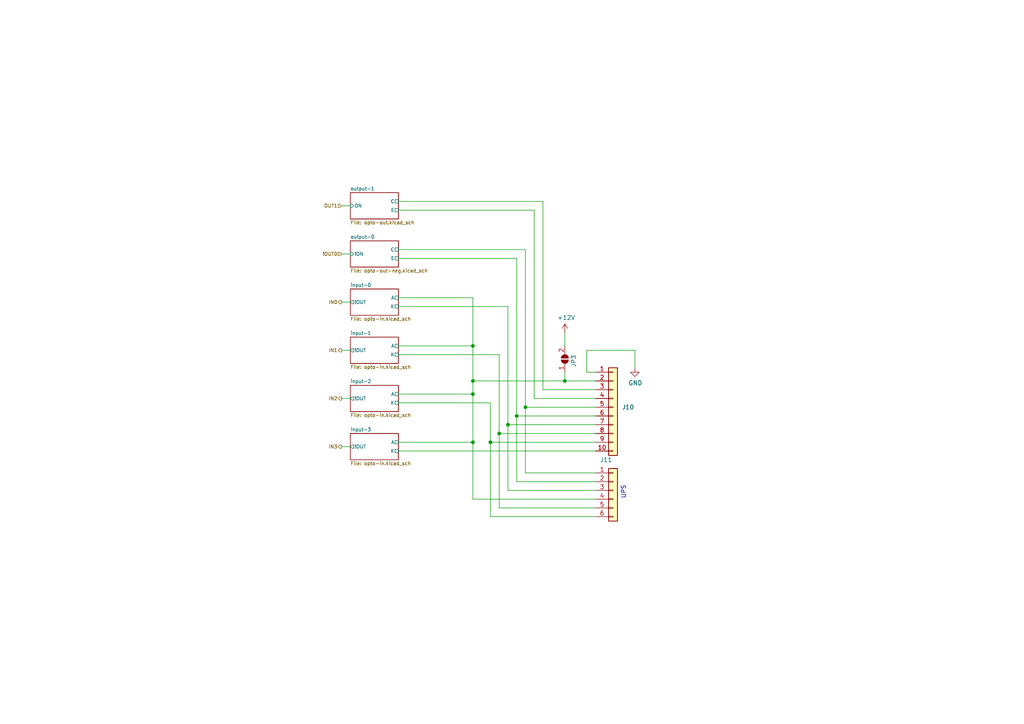
<source format=kicad_sch>
(kicad_sch (version 20211123) (generator eeschema)
  (paper "A4")
  (lib_symbols
    (symbol "Connector_Generic:Conn_01x06" (pin_names (offset 1.016) hide)
      (property "Reference" "J" (at 0 7.62 0))
      (property "Value" "Conn_01x06" (at 0 -10.16 0))
      (symbol "Conn_01x06_1_1"
        (rectangle (start -1.27 -7.493) (end 0 -7.747) (stroke (width 0.1524)))
        (rectangle (start -1.27 -4.953) (end 0 -5.207) (stroke (width 0.1524)))
        (rectangle (start -1.27 -2.413) (end 0 -2.667) (stroke (width 0.1524)))
        (rectangle (start -1.27 0.127) (end 0 -0.127) (stroke (width 0.1524)))
        (rectangle (start -1.27 2.667) (end 0 2.413) (stroke (width 0.1524)))
        (rectangle (start -1.27 5.207) (end 0 4.953) (stroke (width 0.1524)))
        (rectangle (start -1.27 6.35) (end 1.27 -8.89) (stroke (width 0.254)) (fill (type background)))
        (pin passive line (at -5.08 5.08 0) (length 3.81) (name "Pin_1") (number "1"))
        (pin passive line (at -5.08 2.54 0) (length 3.81) (name "Pin_2") (number "2"))
        (pin passive line (at -5.08 0 0) (length 3.81) (name "Pin_3") (number "3"))
        (pin passive line (at -5.08 -2.54 0) (length 3.81) (name "Pin_4") (number "4"))
        (pin passive line (at -5.08 -5.08 0) (length 3.81) (name "Pin_5") (number "5"))
        (pin passive line (at -5.08 -7.62 0) (length 3.81) (name "Pin_6") (number "6"))
      )
    )
    (symbol "Connector_Generic:Conn_01x10" (pin_names (offset 1.016) hide)
      (property "Reference" "J" (at 0 12.7 0))
      (property "Value" "Conn_01x10" (at 0 -15.24 0))
      (symbol "Conn_01x10_1_1"
        (rectangle (start -1.27 -12.573) (end 0 -12.827) (stroke (width 0.1524)))
        (rectangle (start -1.27 -10.033) (end 0 -10.287) (stroke (width 0.1524)))
        (rectangle (start -1.27 -7.493) (end 0 -7.747) (stroke (width 0.1524)))
        (rectangle (start -1.27 -4.953) (end 0 -5.207) (stroke (width 0.1524)))
        (rectangle (start -1.27 -2.413) (end 0 -2.667) (stroke (width 0.1524)))
        (rectangle (start -1.27 0.127) (end 0 -0.127) (stroke (width 0.1524)))
        (rectangle (start -1.27 2.667) (end 0 2.413) (stroke (width 0.1524)))
        (rectangle (start -1.27 5.207) (end 0 4.953) (stroke (width 0.1524)))
        (rectangle (start -1.27 7.747) (end 0 7.493) (stroke (width 0.1524)))
        (rectangle (start -1.27 10.287) (end 0 10.033) (stroke (width 0.1524)))
        (rectangle (start -1.27 11.43) (end 1.27 -13.97) (stroke (width 0.254)) (fill (type background)))
        (pin passive line (at -5.08 10.16 0) (length 3.81) (name "Pin_1") (number "1"))
        (pin passive line (at -5.08 -12.7 0) (length 3.81) (name "Pin_10") (number "10"))
        (pin passive line (at -5.08 7.62 0) (length 3.81) (name "Pin_2") (number "2"))
        (pin passive line (at -5.08 5.08 0) (length 3.81) (name "Pin_3") (number "3"))
        (pin passive line (at -5.08 2.54 0) (length 3.81) (name "Pin_4") (number "4"))
        (pin passive line (at -5.08 0 0) (length 3.81) (name "Pin_5") (number "5"))
        (pin passive line (at -5.08 -2.54 0) (length 3.81) (name "Pin_6") (number "6"))
        (pin passive line (at -5.08 -5.08 0) (length 3.81) (name "Pin_7") (number "7"))
        (pin passive line (at -5.08 -7.62 0) (length 3.81) (name "Pin_8") (number "8"))
        (pin passive line (at -5.08 -10.16 0) (length 3.81) (name "Pin_9") (number "9"))
      )
    )
    (symbol "Jumper:SolderJumper_2_Open" (pin_names (offset 0) hide)
      (property "Reference" "JP" (at 0 2.032 0))
      (property "Value" "SolderJumper_2_Open" (at 0 -2.54 0))
      (symbol "SolderJumper_2_Open_0_1"
        (arc (start -0.254 1.016) (mid -1.27 0) (end -0.254 -1.016))
        (arc (start -0.254 1.016) (mid -1.27 0) (end -0.254 -1.016) (fill (type outline)))
        (polyline (pts (xy -0.254 1.016) (xy -0.254 -1.016)))
        (polyline (pts (xy 0.254 1.016) (xy 0.254 -1.016)))
        (arc (start 0.254 -1.016) (mid 1.27 0) (end 0.254 1.016))
        (arc (start 0.254 -1.016) (mid 1.27 0) (end 0.254 1.016) (fill (type outline)))
      )
      (symbol "SolderJumper_2_Open_1_1"
        (pin passive line (at -3.81 0 0) (length 2.54) (name "A") (number "1"))
        (pin passive line (at 3.81 0 180) (length 2.54) (name "B") (number "2"))
      )
    )
    (symbol "power:+12V" (power) (pin_names (offset 0))
      (property "Value" "+12V" (at 0 3.556 0))
      (symbol "+12V_0_1"
        (polyline (pts (xy -0.762 1.27) (xy 0 2.54)))
        (polyline (pts (xy 0 0) (xy 0 2.54)))
        (polyline (pts (xy 0 2.54) (xy 0.762 1.27)))
      )
      (symbol "+12V_1_1"
        (pin power_in line (at 0 0 90) (length 0) hide (name "+12V") (number "1"))
      )
    )
    (symbol "power:GND" (power) (pin_names (offset 0))
      (property "Value" "GND" (at 0 -3.81 0))
      (symbol "GND_0_1"
        (polyline (pts (xy 0 0) (xy 0 -1.27) (xy 1.27 -1.27) (xy 0 -2.54) (xy -1.27 -1.27) (xy 0 -1.27)))
      )
      (symbol "GND_1_1"
        (pin power_in line (at 0 0 270) (length 0) hide (name "GND") (number "1"))
      )
    )
  )
  (junction (at 144.78 125.73))
  (junction (at 152.4 118.11))
  (junction (at 142.24 128.27))
  (junction (at 137.16 110.49))
  (junction (at 137.16 114.3))
  (junction (at 137.16 128.27))
  (junction (at 147.32 123.19))
  (junction (at 149.86 120.65))
  (junction (at 137.16 100.33))
  (junction (at 163.83 110.49))
  (wire (pts (xy 144.78 125.73) (xy 144.78 102.87)))
  (wire (pts (xy 137.16 114.3) (xy 137.16 128.27)))
  (wire (pts (xy 137.16 86.36) (xy 137.16 100.33)))
  (wire (pts (xy 142.24 128.27) (xy 142.24 116.84)))
  (wire (pts (xy 144.78 147.32) (xy 144.78 125.73)))
  (wire (pts (xy 170.18 107.95) (xy 172.72 107.95)))
  (wire (pts (xy 172.72 149.86) (xy 142.24 149.86)))
  (wire (pts (xy 115.57 58.42) (xy 157.48 58.42)))
  (wire (pts (xy 172.72 139.7) (xy 149.86 139.7)))
  (wire (pts (xy 163.83 107.95) (xy 163.83 110.49)))
  (wire (pts (xy 172.72 147.32) (xy 144.78 147.32)))
  (wire (pts (xy 149.86 120.65) (xy 149.86 139.7)))
  (wire (pts (xy 147.32 142.24) (xy 147.32 123.19)))
  (wire (pts (xy 137.16 144.78) (xy 172.72 144.78)))
  (wire (pts (xy 152.4 118.11) (xy 172.72 118.11)))
  (wire (pts (xy 99.06 73.66) (xy 101.6 73.66)))
  (wire (pts (xy 115.57 100.33) (xy 137.16 100.33)))
  (wire (pts (xy 137.16 110.49) (xy 163.83 110.49)))
  (wire (pts (xy 163.83 96.52) (xy 163.83 100.33)))
  (wire (pts (xy 115.57 116.84) (xy 142.24 116.84)))
  (wire (pts (xy 137.16 110.49) (xy 137.16 114.3)))
  (wire (pts (xy 184.15 106.68) (xy 184.15 101.6)))
  (wire (pts (xy 152.4 72.39) (xy 152.4 118.11)))
  (wire (pts (xy 154.94 115.57) (xy 154.94 60.96)))
  (wire (pts (xy 157.48 113.03) (xy 172.72 113.03)))
  (wire (pts (xy 115.57 74.93) (xy 149.86 74.93)))
  (wire (pts (xy 115.57 60.96) (xy 154.94 60.96)))
  (wire (pts (xy 170.18 101.6) (xy 170.18 107.95)))
  (wire (pts (xy 115.57 86.36) (xy 137.16 86.36)))
  (wire (pts (xy 149.86 120.65) (xy 172.72 120.65)))
  (wire (pts (xy 157.48 58.42) (xy 157.48 113.03)))
  (wire (pts (xy 144.78 125.73) (xy 172.72 125.73)))
  (wire (pts (xy 163.83 110.49) (xy 172.72 110.49)))
  (wire (pts (xy 137.16 100.33) (xy 137.16 110.49)))
  (wire (pts (xy 115.57 114.3) (xy 137.16 114.3)))
  (wire (pts (xy 147.32 123.19) (xy 172.72 123.19)))
  (wire (pts (xy 137.16 144.78) (xy 137.16 128.27)))
  (wire (pts (xy 99.06 129.54) (xy 101.6 129.54)))
  (wire (pts (xy 99.06 87.63) (xy 101.6 87.63)))
  (wire (pts (xy 152.4 118.11) (xy 152.4 137.16)))
  (wire (pts (xy 115.57 102.87) (xy 144.78 102.87)))
  (wire (pts (xy 149.86 74.93) (xy 149.86 120.65)))
  (wire (pts (xy 101.6 101.6) (xy 99.06 101.6)))
  (wire (pts (xy 147.32 123.19) (xy 147.32 88.9)))
  (wire (pts (xy 115.57 130.81) (xy 172.72 130.81)))
  (wire (pts (xy 142.24 128.27) (xy 172.72 128.27)))
  (wire (pts (xy 115.57 72.39) (xy 152.4 72.39)))
  (wire (pts (xy 172.72 115.57) (xy 154.94 115.57)))
  (wire (pts (xy 172.72 142.24) (xy 147.32 142.24)))
  (wire (pts (xy 142.24 149.86) (xy 142.24 128.27)))
  (wire (pts (xy 115.57 88.9) (xy 147.32 88.9)))
  (wire (pts (xy 152.4 137.16) (xy 172.72 137.16)))
  (wire (pts (xy 99.06 59.69) (xy 101.6 59.69)))
  (wire (pts (xy 115.57 128.27) (xy 137.16 128.27)))
  (wire (pts (xy 184.15 101.6) (xy 170.18 101.6)))
  (wire (pts (xy 99.06 115.57) (xy 101.6 115.57)))
  (text "UPS" (at 181.61 144.78 90) (effects (font (size 1.27 1.27)) (justify left bottom)))
  (hierarchical_label "!OUT0" (shape input) (at 99.06 73.66 180) (effects (font (size 0.9906 0.9906))))
  (hierarchical_label "IN2" (shape output) (at 99.06 115.57 180) (effects (font (size 0.9906 0.9906))))
  (hierarchical_label "OUT1" (shape input) (at 99.06 59.69 180) (effects (font (size 0.9906 0.9906))))
  (hierarchical_label "IN3" (shape output) (at 99.06 129.54 180) (effects (font (size 0.9906 0.9906))))
  (hierarchical_label "IN0" (shape output) (at 99.06 87.63 180) (effects (font (size 0.9906 0.9906))))
  (hierarchical_label "IN1" (shape output) (at 99.06 101.6 180) (effects (font (size 0.9906 0.9906))))
  (symbol (lib_id "Connector_Generic:Conn_01x06") (at 177.8 142.24 0) (unit 1) (in_bom no) (on_board no)
    (property "Reference" "J11" (at 173.99 133.35 0) (effects (justify left)))
    (property "Value" "Conn_01x06" (effects hide))
    (property "Footprint" "Connector_Molex:Molex_KK-254_AE-6410-06A_1x06_P2.54mm_Vertical" (effects hide))
    (property "Datasheet" "https://app.adam-tech.com/products/download/data_sheet/196588/lha-xx-ts-data-sheet.pdf" (effects hide))
    (property "manf#" "LHA-06-TS" (effects hide))
  )
  (symbol (lib_id "Jumper:SolderJumper_2_Open") (at 163.83 104.14 90) (unit 1)
    (property "Reference" "JP3" (at 166.37 102.87 0) (effects (justify right)))
    (property "Value" "SolderJumper_2_Open" (effects hide))
    (property "Footprint" "Jumper:SolderJumper-2_P1.3mm_Open_RoundedPad1.0x1.5mm" (effects hide))
  )
  (symbol (lib_id "power:+12V") (at 163.83 96.52 0) (unit 1)
    (property "Reference" "#PWR067" (effects hide))
    (property "Value" "+12V" (at 164.211 92.1258 0))
  )
  (symbol (lib_id "Connector_Generic:Conn_01x10") (at 177.8 118.11 0) (unit 1)
    (property "Reference" "J10" (at 180.34 118.1099 0) (effects (justify left)))
    (property "Value" "Conn_01x10" (effects hide))
    (property "Footprint" "Connector_Molex:Molex_KK-254_AE-6410-10A_1x10_P2.54mm_Vertical" (effects hide))
    (property "Datasheet" "https://app.adam-tech.com/products/download/data_sheet/196588/lha-xx-ts-data-sheet.pdf" (effects hide))
    (property "manf#" "LHA-10-TS" (effects hide))
  )
  (symbol (lib_id "power:GND") (at 184.15 106.68 0) (unit 1)
    (property "Reference" "#PWR?" (effects hide))
    (property "Value" "GND" (at 184.277 111.0742 0))
  )
  (sheet (at 101.6 69.85) (size 13.97 7.62)
    (property "Sheet name" "output-0" (at 101.6 69.2781 0) (effects (font (size 0.9906 0.9906)) (justify left bottom)))
    (property "Sheet file" "opto-out-neg.kicad_sch" (at 101.6 77.9428 0) (effects (font (size 0.9906 0.9906)) (justify left top)))
    (pin "!ON" input (at 101.6 73.66 180) (effects (font (size 0.9906 0.9906))))
    (pin "C" passive (at 115.57 72.39 0) (effects (font (size 0.9906 0.9906))))
    (pin "E" passive (at 115.57 74.93 0) (effects (font (size 0.9906 0.9906))))
  )
  (sheet (at 101.6 83.82) (size 13.97 7.62)
    (property "Sheet name" "input-0" (at 101.6 83.2481 0) (effects (font (size 0.9906 0.9906)) (justify left bottom)))
    (property "Sheet file" "opto-in.kicad_sch" (at 101.6 91.9128 0) (effects (font (size 0.9906 0.9906)) (justify left top)))
    (pin "!OUT" output (at 101.6 87.63 180) (effects (font (size 0.9906 0.9906))))
    (pin "A" passive (at 115.57 86.36 0) (effects (font (size 0.9906 0.9906))))
    (pin "K" passive (at 115.57 88.9 0) (effects (font (size 0.9906 0.9906))))
  )
  (sheet (at 101.6 55.88) (size 13.97 7.62)
    (property "Sheet name" "output-1" (at 101.6 55.3081 0) (effects (font (size 0.9906 0.9906)) (justify left bottom)))
    (property "Sheet file" "opto-out.kicad_sch" (at 101.6 63.9728 0) (effects (font (size 0.9906 0.9906)) (justify left top)))
    (pin "ON" input (at 101.6 59.69 180) (effects (font (size 0.9906 0.9906))))
    (pin "C" passive (at 115.57 58.42 0) (effects (font (size 0.9906 0.9906))))
    (pin "E" passive (at 115.57 60.96 0) (effects (font (size 0.9906 0.9906))))
  )
  (sheet (at 101.6 97.79) (size 13.97 7.62)
    (property "Sheet name" "input-1" (at 101.6 97.2181 0) (effects (font (size 0.9906 0.9906)) (justify left bottom)))
    (property "Sheet file" "opto-in.kicad_sch" (at 101.6 105.8828 0) (effects (font (size 0.9906 0.9906)) (justify left top)))
    (pin "!OUT" output (at 101.6 101.6 180) (effects (font (size 0.9906 0.9906))))
    (pin "A" passive (at 115.57 100.33 0) (effects (font (size 0.9906 0.9906))))
    (pin "K" passive (at 115.57 102.87 0) (effects (font (size 0.9906 0.9906))))
  )
  (sheet (at 101.6 111.76) (size 13.97 7.62)
    (property "Sheet name" "input-2" (at 101.6 111.1881 0) (effects (font (size 0.9906 0.9906)) (justify left bottom)))
    (property "Sheet file" "opto-in.kicad_sch" (at 101.6 119.8528 0) (effects (font (size 0.9906 0.9906)) (justify left top)))
    (pin "!OUT" output (at 101.6 115.57 180) (effects (font (size 0.9906 0.9906))))
    (pin "A" passive (at 115.57 114.3 0) (effects (font (size 0.9906 0.9906))))
    (pin "K" passive (at 115.57 116.84 0) (effects (font (size 0.9906 0.9906))))
  )
  (sheet (at 101.6 125.73) (size 13.97 7.62)
    (property "Sheet name" "input-3" (at 101.6 125.1581 0) (effects (font (size 0.9906 0.9906)) (justify left bottom)))
    (property "Sheet file" "opto-in.kicad_sch" (at 101.6 133.8228 0) (effects (font (size 0.9906 0.9906)) (justify left top)))
    (pin "!OUT" output (at 101.6 129.54 180) (effects (font (size 0.9906 0.9906))))
    (pin "A" passive (at 115.57 128.27 0) (effects (font (size 0.9906 0.9906))))
    (pin "K" passive (at 115.57 130.81 0) (effects (font (size 0.9906 0.9906))))
  )
)
</source>
